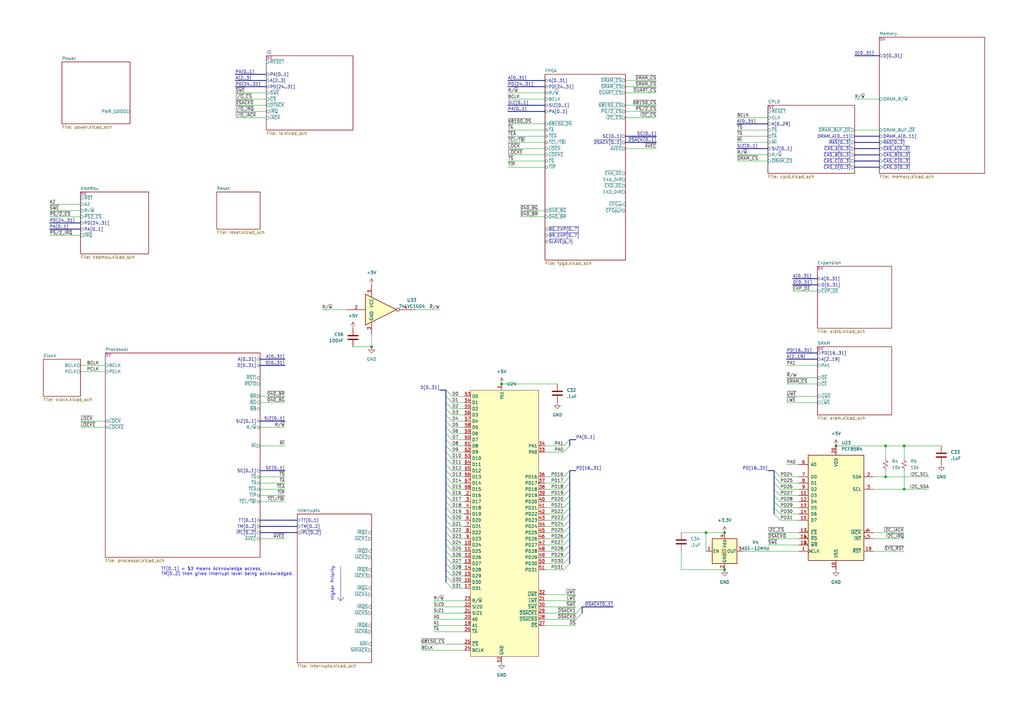
<source format=kicad_sch>
(kicad_sch (version 20230121) (generator eeschema)
  (paper "A3")
  (lib_symbols
    (symbol "68040:MC68150"
      (property "Reference" "U" (at 15.24 20.32 0))
      (symbol "MC68150_1_1"
        (rectangle (start -12.7 58.42) (end 15.24 -50.8) (fill (type background)))
        (pin power_in line (at 0 60.96 270) (length 2.54) (name "V_{CC}") (number "1"))
        (pin bidirectional line (at -15.24 -5.08 0) (length 2.54) (name "D24") (number "10"))
        (pin bidirectional line (at -15.24 -7.62 0) (length 2.54) (name "D25") (number "11"))
        (pin bidirectional line (at -15.24 -10.16 0) (length 2.54) (name "D26") (number "12"))
        (pin bidirectional line (at -15.24 -12.7 0) (length 2.54) (name "D27") (number "13"))
        (pin bidirectional line (at -15.24 -15.24 0) (length 2.54) (name "D28") (number "14"))
        (pin bidirectional line (at -15.24 -17.78 0) (length 2.54) (name "D29") (number "15"))
        (pin bidirectional line (at -15.24 -20.32 0) (length 2.54) (name "D30") (number "16"))
        (pin bidirectional line (at -15.24 -22.86 0) (length 2.54) (name "D31") (number "17"))
        (pin passive line (at 0 -53.34 90) (length 2.54) hide (name "GND") (number "18"))
        (pin input line (at -15.24 -38.1 0) (length 2.54) (name "A1") (number "19"))
        (pin bidirectional line (at -15.24 15.24 0) (length 2.54) (name "D16") (number "2"))
        (pin input line (at -15.24 -35.56 0) (length 2.54) (name "A0") (number "20"))
        (pin input line (at -15.24 -33.02 0) (length 2.54) (name "SIZ1") (number "21"))
        (pin input line (at -15.24 -30.48 0) (length 2.54) (name "SIZ0") (number "22"))
        (pin input line (at -15.24 -27.94 0) (length 2.54) (name "R/~{W}") (number "23"))
        (pin input line (at -15.24 -48.26 0) (length 2.54) (name "BCLK") (number "24"))
        (pin input line (at -15.24 -45.72 0) (length 2.54) (name "~{CS}") (number "25"))
        (pin output line (at -15.24 -40.64 0) (length 2.54) (name "~{TA}") (number "26"))
        (pin output line (at 17.78 -38.1 180) (length 2.54) (name "~{DS}") (number "27"))
        (pin input line (at 17.78 -35.56 180) (length 2.54) (name "~{DSACK0}") (number "28"))
        (pin input line (at 17.78 -33.02 180) (length 2.54) (name "~{DSACK1}") (number "29"))
        (pin bidirectional line (at -15.24 12.7 0) (length 2.54) (name "D17") (number "3"))
        (pin output line (at 17.78 -30.48 180) (length 2.54) (name "~{SWE}") (number "30"))
        (pin output line (at 17.78 -27.94 180) (length 2.54) (name "~{LWE}") (number "31"))
        (pin output line (at 17.78 -25.4 180) (length 2.54) (name "~{UWE}") (number "32"))
        (pin output line (at 17.78 33.02 180) (length 2.54) (name "PA0") (number "33"))
        (pin output line (at 17.78 35.56 180) (length 2.54) (name "PA1") (number "34"))
        (pin passive line (at 0 60.96 270) (length 2.54) hide (name "V_{CC}") (number "35"))
        (pin bidirectional line (at 17.78 22.86 180) (length 2.54) (name "PD16") (number "36"))
        (pin bidirectional line (at 17.78 20.32 180) (length 2.54) (name "PD17") (number "37"))
        (pin bidirectional line (at 17.78 17.78 180) (length 2.54) (name "PD18") (number "38"))
        (pin bidirectional line (at 17.78 15.24 180) (length 2.54) (name "PD19") (number "39"))
        (pin bidirectional line (at -15.24 10.16 0) (length 2.54) (name "D18") (number "4"))
        (pin bidirectional line (at 17.78 12.7 180) (length 2.54) (name "PD20") (number "40"))
        (pin bidirectional line (at 17.78 10.16 180) (length 2.54) (name "PD21") (number "41"))
        (pin bidirectional line (at 17.78 7.62 180) (length 2.54) (name "PD22") (number "42"))
        (pin bidirectional line (at 17.78 5.08 180) (length 2.54) (name "PD23") (number "43"))
        (pin bidirectional line (at 17.78 2.54 180) (length 2.54) (name "PD24") (number "44"))
        (pin bidirectional line (at 17.78 0 180) (length 2.54) (name "PD25") (number "45"))
        (pin bidirectional line (at 17.78 -2.54 180) (length 2.54) (name "PD26") (number "46"))
        (pin bidirectional line (at 17.78 -5.08 180) (length 2.54) (name "PD27") (number "47"))
        (pin bidirectional line (at 17.78 -7.62 180) (length 2.54) (name "PD28") (number "48"))
        (pin bidirectional line (at 17.78 -10.16 180) (length 2.54) (name "PD29") (number "49"))
        (pin bidirectional line (at -15.24 7.62 0) (length 2.54) (name "D19") (number "5"))
        (pin bidirectional line (at 17.78 -12.7 180) (length 2.54) (name "PD30") (number "50"))
        (pin bidirectional line (at 17.78 -15.24 180) (length 2.54) (name "PD31") (number "51"))
        (pin power_in line (at 0 -53.34 90) (length 2.54) (name "GND") (number "52"))
        (pin bidirectional line (at -15.24 55.88 0) (length 2.54) (name "D0") (number "53"))
        (pin bidirectional line (at -15.24 53.34 0) (length 2.54) (name "D1") (number "54"))
        (pin bidirectional line (at -15.24 50.8 0) (length 2.54) (name "D2") (number "55"))
        (pin bidirectional line (at -15.24 48.26 0) (length 2.54) (name "D3") (number "56"))
        (pin bidirectional line (at -15.24 45.72 0) (length 2.54) (name "D4") (number "57"))
        (pin bidirectional line (at -15.24 43.18 0) (length 2.54) (name "D5") (number "58"))
        (pin bidirectional line (at -15.24 40.64 0) (length 2.54) (name "D6") (number "59"))
        (pin bidirectional line (at -15.24 5.08 0) (length 2.54) (name "D20") (number "6"))
        (pin bidirectional line (at -15.24 38.1 0) (length 2.54) (name "D7") (number "60"))
        (pin bidirectional line (at -15.24 35.56 0) (length 2.54) (name "D8") (number "61"))
        (pin bidirectional line (at -15.24 33.02 0) (length 2.54) (name "D9") (number "62"))
        (pin bidirectional line (at -15.24 30.48 0) (length 2.54) (name "D10") (number "63"))
        (pin bidirectional line (at -15.24 27.94 0) (length 2.54) (name "D11") (number "64"))
        (pin bidirectional line (at -15.24 25.4 0) (length 2.54) (name "D12") (number "65"))
        (pin bidirectional line (at -15.24 22.86 0) (length 2.54) (name "D13") (number "66"))
        (pin bidirectional line (at -15.24 20.32 0) (length 2.54) (name "D14") (number "67"))
        (pin bidirectional line (at -15.24 17.78 0) (length 2.54) (name "D15") (number "68"))
        (pin bidirectional line (at -15.24 2.54 0) (length 2.54) (name "D21") (number "7"))
        (pin bidirectional line (at -15.24 0 0) (length 2.54) (name "D22") (number "8"))
        (pin bidirectional line (at -15.24 -2.54 0) (length 2.54) (name "D23") (number "9"))
      )
    )
    (symbol "74xGxx:74LVC1G04"
      (property "Reference" "U" (at 0 7.62 0))
      (property "Value" "74LVC1G04" (at 5.08 -7.62 0))
      (symbol "74LVC1G04_0_1"
        (polyline (pts (xy -7.62 6.35) (xy -7.62 -6.35) (xy 5.08 0) (xy -7.62 6.35)) (stroke (width 0.254)) (fill (type background)))
      )
      (symbol "74LVC1G04_1_1"
        (pin input line (at -15.24 0 0) (length 7.62) (name "~") (number "2"))
        (pin power_in line (at -5.08 -10.16 90) (length 5.08) (name "GND") (number "3"))
        (pin output inverted (at 12.7 0 180) (length 7.62) (name "~") (number "4"))
        (pin power_in line (at -5.08 10.16 270) (length 5.08) (name "VCC") (number "5"))
      )
    )
    (symbol "Device:C" (pin_numbers hide) (pin_names (offset 0.254))
      (property "Reference" "C" (at 0.635 2.54 0))
      (property "Value" "C" (at 0.635 -2.54 0))
      (symbol "C_0_1"
        (polyline (pts (xy -2.032 -0.762) (xy 2.032 -0.762)) (stroke (width 0.508)))
        (polyline (pts (xy -2.032 0.762) (xy 2.032 0.762)) (stroke (width 0.508)))
      )
      (symbol "C_1_1"
        (pin passive line (at 0 3.81 270) (length 2.794) (name "~") (number "1"))
        (pin passive line (at 0 -3.81 90) (length 2.794) (name "~") (number "2"))
      )
    )
    (symbol "Device:R_Small_US" (pin_numbers hide) (pin_names (offset 0.254) hide)
      (property "Reference" "R" (at 0.762 0.508 0))
      (property "Value" "R_Small_US" (at 0.762 -1.016 0))
      (symbol "R_Small_US_1_1"
        (polyline (pts (xy 0 0) (xy 1.016 -0.381) (xy 0 -0.762) (xy -1.016 -1.143) (xy 0 -1.524)))
        (polyline (pts (xy 0 1.524) (xy 1.016 1.143) (xy 0 0.762) (xy -1.016 0.381) (xy 0 0)))
        (pin passive line (at 0 2.54 270) (length 1.016) (name "~") (number "1"))
        (pin passive line (at 0 -2.54 90) (length 1.016) (name "~") (number "2"))
      )
    )
    (symbol "Interface_Expansion:PCF8584" (pin_names (offset 1.016))
      (property "Reference" "U" (at -11.43 22.86 0))
      (property "Value" "PCF8584" (at 3.81 22.86 0))
      (symbol "PCF8584_0_1"
        (rectangle (start -11.43 -21.59) (end 11.43 21.59) (stroke (width 0.254)) (fill (type background)))
      )
      (symbol "PCF8584_1_1"
        (pin input clock (at -15.24 -17.78 0) (length 3.81) (name "CLK") (number "1"))
        (pin power_in line (at 0 -25.4 90) (length 3.81) (name "VSS") (number "10"))
        (pin tri_state line (at -15.24 5.08 0) (length 3.81) (name "D3") (number "11"))
        (pin tri_state line (at -15.24 2.54 0) (length 3.81) (name "D4") (number "12"))
        (pin tri_state line (at -15.24 0 0) (length 3.81) (name "D5") (number "13"))
        (pin tri_state line (at -15.24 -2.54 0) (length 3.81) (name "D6") (number "14"))
        (pin tri_state line (at -15.24 -5.08 0) (length 3.81) (name "D7") (number "15"))
        (pin passive input_low (at -15.24 -12.7 0) (length 3.81) (name "~{RD}") (number "16"))
        (pin input input_low (at -15.24 -10.16 0) (length 3.81) (name "~{CS}") (number "17"))
        (pin input input_low (at -15.24 -15.24 0) (length 3.81) (name "~{WR}") (number "18"))
        (pin bidirectional line (at 15.24 -17.78 180) (length 3.81) (name "~{RST}") (number "19"))
        (pin bidirectional line (at 15.24 12.7 180) (length 3.81) (name "SDA") (number "2"))
        (pin power_in line (at 0 25.4 270) (length 3.81) (name "VDD") (number "20"))
        (pin bidirectional line (at 15.24 7.62 180) (length 3.81) (name "SCL") (number "3"))
        (pin input input_low (at 15.24 -10.16 180) (length 3.81) (name "~{IACK}") (number "4"))
        (pin output output_low (at 15.24 -12.7 180) (length 3.81) (name "~{INT}") (number "5"))
        (pin input line (at -15.24 17.78 0) (length 3.81) (name "A0") (number "6"))
        (pin tri_state line (at -15.24 12.7 0) (length 3.81) (name "D0") (number "7"))
        (pin tri_state line (at -15.24 10.16 0) (length 3.81) (name "D1") (number "8"))
        (pin tri_state line (at -15.24 7.62 0) (length 3.81) (name "D2") (number "9"))
      )
    )
    (symbol "Oscillator:ASE-xxxMHz" (pin_names (offset 0.254))
      (property "Reference" "X" (at -5.08 6.35 0))
      (property "Value" "ASE-xxxMHz" (at 1.27 -6.35 0))
      (symbol "ASE-xxxMHz_0_1"
        (rectangle (start -5.08 5.08) (end 5.08 -5.08) (stroke (width 0.254)) (fill (type background)))
        (polyline (pts (xy -1.27 -0.762) (xy -1.016 -0.762) (xy -1.016 0.762) (xy -0.508 0.762) (xy -0.508 -0.762) (xy 0 -0.762) (xy 0 0.762) (xy 0.508 0.762) (xy 0.508 -0.762) (xy 0.762 -0.762)))
      )
      (symbol "ASE-xxxMHz_1_1"
        (pin input line (at -7.62 0 0) (length 2.54) (name "EN") (number "1"))
        (pin power_in line (at 0 -7.62 90) (length 2.54) (name "GND") (number "2"))
        (pin output line (at 7.62 0 180) (length 2.54) (name "OUT") (number "3"))
        (pin power_in line (at 0 7.62 270) (length 2.54) (name "Vdd") (number "4"))
      )
    )
    (symbol "power:+3.3V" (power) (pin_names (offset 0))
      (property "Value" "+3.3V" (at 0 3.556 0))
      (symbol "+3.3V_0_1"
        (polyline (pts (xy -0.762 1.27) (xy 0 2.54)))
        (polyline (pts (xy 0 0) (xy 0 2.54)))
        (polyline (pts (xy 0 2.54) (xy 0.762 1.27)))
      )
      (symbol "+3.3V_1_1"
        (pin power_in line (at 0 0 90) (length 0) hide (name "+3.3V") (number "1"))
      )
    )
    (symbol "power:+5V" (power) (pin_names (offset 0))
      (property "Value" "+5V" (at 0 3.556 0))
      (symbol "+5V_0_1"
        (polyline (pts (xy -0.762 1.27) (xy 0 2.54)))
        (polyline (pts (xy 0 0) (xy 0 2.54)))
        (polyline (pts (xy 0 2.54) (xy 0.762 1.27)))
      )
      (symbol "+5V_1_1"
        (pin power_in line (at 0 0 90) (length 0) hide (name "+5V") (number "1"))
      )
    )
    (symbol "power:GND" (power) (pin_names (offset 0))
      (property "Value" "GND" (at 0 -3.81 0))
      (symbol "GND_0_1"
        (polyline (pts (xy 0 0) (xy 0 -1.27) (xy 1.27 -1.27) (xy 0 -2.54) (xy -1.27 -1.27) (xy 0 -1.27)))
      )
      (symbol "GND_1_1"
        (pin power_in line (at 0 0 270) (length 0) hide (name "GND") (number "1"))
      )
    )
  )
  (bus_alias "ABUS" (members "A0" "A1" "A2" "A3" "A4" "A5" "A6" "A7" "A8" "A9" "A10" "A11" "A12" "A13" "A14" "A15" "A16" "A17" "A18" "A19" "A20" "A21" "A22" "A23" "A24" "A25" "A26" "A27" "A28" "A29" "A30" "A31"))
  (bus_alias "Bus32" (members "0" "1" "2" "3" "4" "5" "6" "7" "8" "9" "10" "11" "12" "13" "14" "15" "16" "17" "18" "19" "20" "21" "22" "23" "24" "25" "26" "27" "28" "29" "30" "31"))
  (junction (at 205.74 157.48))
  (junction (at 289.56 218.44))
  (junction (at 370.84 200.66))
  (junction (at 297.18 218.44))
  (junction (at 297.18 233.68))
  (junction (at 342.9 182.88))
  (junction (at 370.84 182.88))
  (junction (at 363.22 195.58))
  (junction (at 363.22 182.88))
  (junction (at 152.4 142.24))
  (bus_entry (at 185.42 170.18) (size -2.54 -2.54))
  (bus_entry (at 185.42 238.76) (size -2.54 -2.54))
  (bus_entry (at 185.42 175.26) (size -2.54 -2.54))
  (bus_entry (at 320.04 208.28) (size -2.54 -2.54))
  (bus_entry (at 320.04 213.36) (size -2.54 -2.54))
  (bus_entry (at 231.14 185.42) (size 2.54 -2.54))
  (bus_entry (at 231.14 213.36) (size 2.54 -2.54))
  (bus_entry (at 185.42 172.72) (size -2.54 -2.54))
  (bus_entry (at 185.42 213.36) (size -2.54 -2.54))
  (bus_entry (at 185.42 228.6) (size -2.54 -2.54))
  (bus_entry (at 231.14 223.52) (size 2.54 -2.54))
  (bus_entry (at 231.14 182.88) (size 2.54 -2.54))
  (bus_entry (at 185.42 203.2) (size -2.54 -2.54))
  (bus_entry (at 185.42 226.06) (size -2.54 -2.54))
  (bus_entry (at 231.14 210.82) (size 2.54 -2.54))
  (bus_entry (at 236.22 251.46) (size 2.54 -2.54))
  (bus_entry (at 231.14 195.58) (size 2.54 -2.54))
  (bus_entry (at 231.14 208.28) (size 2.54 -2.54))
  (bus_entry (at 185.42 218.44) (size -2.54 -2.54))
  (bus_entry (at 185.42 190.5) (size -2.54 -2.54))
  (bus_entry (at 185.42 215.9) (size -2.54 -2.54))
  (bus_entry (at 231.14 205.74) (size 2.54 -2.54))
  (bus_entry (at 231.14 215.9) (size 2.54 -2.54))
  (bus_entry (at 231.14 203.2) (size 2.54 -2.54))
  (bus_entry (at 231.14 198.12) (size 2.54 -2.54))
  (bus_entry (at 231.14 226.06) (size 2.54 -2.54))
  (bus_entry (at 185.42 162.56) (size -2.54 -2.54))
  (bus_entry (at 185.42 210.82) (size -2.54 -2.54))
  (bus_entry (at 185.42 231.14) (size -2.54 -2.54))
  (bus_entry (at 231.14 231.14) (size 2.54 -2.54))
  (bus_entry (at 320.04 200.66) (size -2.54 -2.54))
  (bus_entry (at 231.14 200.66) (size 2.54 -2.54))
  (bus_entry (at 320.04 205.74) (size -2.54 -2.54))
  (bus_entry (at 185.42 233.68) (size -2.54 -2.54))
  (bus_entry (at 185.42 200.66) (size -2.54 -2.54))
  (bus_entry (at 185.42 220.98) (size -2.54 -2.54))
  (bus_entry (at 320.04 198.12) (size -2.54 -2.54))
  (bus_entry (at 185.42 208.28) (size -2.54 -2.54))
  (bus_entry (at 185.42 223.52) (size -2.54 -2.54))
  (bus_entry (at 185.42 187.96) (size -2.54 -2.54))
  (bus_entry (at 231.14 218.44) (size 2.54 -2.54))
  (bus_entry (at 185.42 177.8) (size -2.54 -2.54))
  (bus_entry (at 185.42 185.42) (size -2.54 -2.54))
  (bus_entry (at 231.14 228.6) (size 2.54 -2.54))
  (bus_entry (at 185.42 193.04) (size -2.54 -2.54))
  (bus_entry (at 320.04 203.2) (size -2.54 -2.54))
  (bus_entry (at 185.42 165.1) (size -2.54 -2.54))
  (bus_entry (at 231.14 233.68) (size 2.54 -2.54))
  (bus_entry (at 185.42 198.12) (size -2.54 -2.54))
  (bus_entry (at 185.42 241.3) (size -2.54 -2.54))
  (bus_entry (at 185.42 182.88) (size -2.54 -2.54))
  (bus_entry (at 236.22 254) (size 2.54 -2.54))
  (bus_entry (at 185.42 205.74) (size -2.54 -2.54))
  (bus_entry (at 185.42 236.22) (size -2.54 -2.54))
  (bus_entry (at 320.04 210.82) (size -2.54 -2.54))
  (bus_entry (at 185.42 195.58) (size -2.54 -2.54))
  (bus_entry (at 320.04 195.58) (size -2.54 -2.54))
  (bus_entry (at 185.42 167.64) (size -2.54 -2.54))
  (bus_entry (at 231.14 220.98) (size 2.54 -2.54))
  (bus_entry (at 185.42 180.34) (size -2.54 -2.54))
  (bus (pts (xy 182.88 218.44) (xy 182.88 215.9)))
  (wire (pts (xy 190.5 236.22) (xy 185.42 236.22)))
  (bus (pts (xy 350.52 68.58) (xy 360.68 68.58)))
  (wire (pts (xy 190.5 195.58) (xy 185.42 195.58)))
  (bus (pts (xy 208.28 43.18) (xy 223.52 43.18)))
  (bus (pts (xy 182.88 231.14) (xy 182.88 228.6)))
  (wire (pts (xy 370.84 200.66) (xy 381 200.66)))
  (bus (pts (xy 233.68 220.98) (xy 233.68 218.44)))
  (wire (pts (xy 370.84 182.88) (xy 370.84 187.96)))
  (wire (pts (xy 223.52 55.88) (xy 208.28 55.88)))
  (bus (pts (xy 182.88 195.58) (xy 182.88 193.04)))
  (wire (pts (xy 335.28 165.1) (xy 322.58 165.1)))
  (wire (pts (xy 223.52 205.74) (xy 231.14 205.74)))
  (bus (pts (xy 233.68 200.66) (xy 233.68 198.12)))
  (wire (pts (xy 269.24 48.26) (xy 256.54 48.26)))
  (bus (pts (xy 208.28 33.02) (xy 223.52 33.02)))
  (bus (pts (xy 233.68 215.9) (xy 233.68 213.36)))
  (wire (pts (xy 96.52 43.18) (xy 109.22 43.18)))
  (bus (pts (xy 350.52 60.96) (xy 360.68 60.96)))
  (wire (pts (xy 190.5 162.56) (xy 185.42 162.56)))
  (wire (pts (xy 223.52 58.42) (xy 208.28 58.42)))
  (wire (pts (xy 322.58 154.94) (xy 335.28 154.94)))
  (wire (pts (xy 256.54 33.02) (xy 269.24 33.02)))
  (wire (pts (xy 314.96 223.52) (xy 327.66 223.52)))
  (wire (pts (xy 223.52 228.6) (xy 231.14 228.6)))
  (wire (pts (xy 96.52 48.26) (xy 109.22 48.26)))
  (wire (pts (xy 302.26 53.34) (xy 314.96 53.34)))
  (wire (pts (xy 172.72 264.16) (xy 190.5 264.16)))
  (bus (pts (xy 182.88 193.04) (xy 182.88 190.5)))
  (wire (pts (xy 350.52 53.34) (xy 360.68 53.34)))
  (bus (pts (xy 317.5 200.66) (xy 317.5 198.12)))
  (bus (pts (xy 317.5 198.12) (xy 317.5 195.58)))
  (bus (pts (xy 182.88 190.5) (xy 182.88 187.96)))
  (wire (pts (xy 358.14 195.58) (xy 363.22 195.58)))
  (bus (pts (xy 317.5 205.74) (xy 317.5 203.2)))
  (bus (pts (xy 182.88 170.18) (xy 182.88 167.64)))
  (bus (pts (xy 116.84 149.86) (xy 106.68 149.86)))
  (wire (pts (xy 106.68 195.58) (xy 116.84 195.58)))
  (wire (pts (xy 190.5 210.82) (xy 185.42 210.82)))
  (wire (pts (xy 190.5 205.74) (xy 185.42 205.74)))
  (wire (pts (xy 20.32 96.52) (xy 33.02 96.52)))
  (wire (pts (xy 190.5 208.28) (xy 185.42 208.28)))
  (wire (pts (xy 190.5 190.5) (xy 185.42 190.5)))
  (wire (pts (xy 223.52 254) (xy 236.22 254)))
  (wire (pts (xy 144.78 142.24) (xy 152.4 142.24)))
  (wire (pts (xy 208.28 66.04) (xy 223.52 66.04)))
  (wire (pts (xy 223.52 200.66) (xy 231.14 200.66)))
  (wire (pts (xy 223.52 213.36) (xy 231.14 213.36)))
  (wire (pts (xy 190.5 213.36) (xy 185.42 213.36)))
  (bus (pts (xy 96.52 35.56) (xy 109.22 35.56)))
  (bus (pts (xy 182.88 172.72) (xy 182.88 170.18)))
  (wire (pts (xy 370.84 193.04) (xy 370.84 200.66)))
  (wire (pts (xy 177.8 248.92) (xy 190.5 248.92)))
  (bus (pts (xy 182.88 182.88) (xy 182.88 180.34)))
  (bus (pts (xy 302.26 50.8) (xy 314.96 50.8)))
  (wire (pts (xy 177.8 246.38) (xy 190.5 246.38)))
  (wire (pts (xy 177.8 259.08) (xy 190.5 259.08)))
  (wire (pts (xy 358.14 218.44) (xy 370.84 218.44)))
  (wire (pts (xy 327.66 203.2) (xy 320.04 203.2)))
  (wire (pts (xy 172.72 266.7) (xy 190.5 266.7)))
  (bus (pts (xy 233.68 208.28) (xy 233.68 205.74)))
  (bus (pts (xy 233.68 228.6) (xy 233.68 226.06)))
  (bus (pts (xy 182.88 213.36) (xy 182.88 210.82)))
  (bus (pts (xy 233.68 231.14) (xy 233.68 228.6)))
  (wire (pts (xy 223.52 251.46) (xy 236.22 251.46)))
  (wire (pts (xy 190.5 223.52) (xy 185.42 223.52)))
  (wire (pts (xy 223.52 223.52) (xy 231.14 223.52)))
  (bus (pts (xy 322.58 147.32) (xy 335.28 147.32)))
  (bus (pts (xy 269.24 55.88) (xy 256.54 55.88)))
  (wire (pts (xy 177.8 251.46) (xy 190.5 251.46)))
  (wire (pts (xy 190.5 218.44) (xy 185.42 218.44)))
  (wire (pts (xy 223.52 218.44) (xy 231.14 218.44)))
  (wire (pts (xy 223.52 226.06) (xy 231.14 226.06)))
  (wire (pts (xy 314.96 218.44) (xy 327.66 218.44)))
  (bus (pts (xy 182.88 167.64) (xy 182.88 165.1)))
  (bus (pts (xy 182.88 205.74) (xy 182.88 203.2)))
  (bus (pts (xy 350.52 63.5) (xy 360.68 63.5)))
  (wire (pts (xy 370.84 182.88) (xy 386.08 182.88)))
  (wire (pts (xy 106.68 182.88) (xy 116.84 182.88)))
  (wire (pts (xy 33.02 88.9) (xy 20.32 88.9)))
  (wire (pts (xy 256.54 45.72) (xy 269.24 45.72)))
  (wire (pts (xy 302.26 63.5) (xy 314.96 63.5)))
  (wire (pts (xy 223.52 88.9) (xy 213.36 88.9)))
  (wire (pts (xy 208.28 60.96) (xy 223.52 60.96)))
  (bus (pts (xy 106.68 218.44) (xy 121.92 218.44)))
  (wire (pts (xy 190.5 180.34) (xy 185.42 180.34)))
  (wire (pts (xy 33.02 149.86) (xy 43.18 149.86)))
  (wire (pts (xy 190.5 177.8) (xy 185.42 177.8)))
  (bus (pts (xy 350.52 55.88) (xy 360.68 55.88)))
  (wire (pts (xy 363.22 195.58) (xy 381 195.58)))
  (bus (pts (xy 182.88 223.52) (xy 182.88 220.98)))
  (bus (pts (xy 256.54 58.42) (xy 269.24 58.42)))
  (wire (pts (xy 106.68 165.1) (xy 116.84 165.1)))
  (bus (pts (xy 96.52 30.48) (xy 109.22 30.48)))
  (bus (pts (xy 182.88 220.98) (xy 182.88 218.44)))
  (wire (pts (xy 289.56 218.44) (xy 289.56 226.06)))
  (bus (pts (xy 106.68 172.72) (xy 116.84 172.72)))
  (wire (pts (xy 256.54 35.56) (xy 269.24 35.56)))
  (bus (pts (xy 350.52 22.86) (xy 360.68 22.86)))
  (wire (pts (xy 106.68 205.74) (xy 116.84 205.74)))
  (wire (pts (xy 106.68 162.56) (xy 116.84 162.56)))
  (wire (pts (xy 177.8 256.54) (xy 190.5 256.54)))
  (bus (pts (xy 182.88 203.2) (xy 182.88 200.66)))
  (wire (pts (xy 223.52 233.68) (xy 231.14 233.68)))
  (bus (pts (xy 182.88 238.76) (xy 182.88 236.22)))
  (wire (pts (xy 223.52 220.98) (xy 231.14 220.98)))
  (bus (pts (xy 182.88 233.68) (xy 182.88 231.14)))
  (wire (pts (xy 190.5 175.26) (xy 185.42 175.26)))
  (bus (pts (xy 106.68 215.9) (xy 121.92 215.9)))
  (wire (pts (xy 177.8 254) (xy 190.5 254)))
  (wire (pts (xy 190.5 228.6) (xy 185.42 228.6)))
  (bus (pts (xy 314.96 60.96) (xy 302.26 60.96)))
  (wire (pts (xy 223.52 243.84) (xy 236.22 243.84)))
  (wire (pts (xy 190.5 215.9) (xy 185.42 215.9)))
  (wire (pts (xy 302.26 55.88) (xy 314.96 55.88)))
  (wire (pts (xy 205.74 157.48) (xy 228.6 157.48)))
  (bus (pts (xy 233.68 213.36) (xy 233.68 210.82)))
  (wire (pts (xy 327.66 210.82) (xy 320.04 210.82)))
  (bus (pts (xy 96.52 33.02) (xy 109.22 33.02)))
  (wire (pts (xy 190.5 241.3) (xy 185.42 241.3)))
  (bus (pts (xy 182.88 215.9) (xy 182.88 213.36)))
  (bus (pts (xy 317.5 203.2) (xy 317.5 200.66)))
  (bus (pts (xy 182.88 236.22) (xy 182.88 233.68)))
  (bus (pts (xy 233.68 223.52) (xy 233.68 220.98)))
  (bus (pts (xy 233.68 180.34) (xy 236.22 180.34)))
  (bus (pts (xy 317.5 193.04) (xy 314.96 193.04)))
  (wire (pts (xy 106.68 200.66) (xy 116.84 200.66)))
  (wire (pts (xy 190.5 187.96) (xy 185.42 187.96)))
  (wire (pts (xy 223.52 256.54) (xy 236.22 256.54)))
  (wire (pts (xy 335.28 162.56) (xy 322.58 162.56)))
  (wire (pts (xy 190.5 172.72) (xy 185.42 172.72)))
  (bus (pts (xy 233.68 205.74) (xy 233.68 203.2)))
  (wire (pts (xy 33.02 152.4) (xy 43.18 152.4)))
  (wire (pts (xy 335.28 157.48) (xy 322.58 157.48)))
  (bus (pts (xy 208.28 35.56) (xy 223.52 35.56)))
  (wire (pts (xy 302.26 58.42) (xy 314.96 58.42)))
  (wire (pts (xy 223.52 86.36) (xy 213.36 86.36)))
  (bus (pts (xy 233.68 182.88) (xy 233.68 180.34)))
  (wire (pts (xy 223.52 208.28) (xy 231.14 208.28)))
  (bus (pts (xy 233.68 195.58) (xy 233.68 193.04)))
  (wire (pts (xy 223.52 185.42) (xy 231.14 185.42)))
  (bus (pts (xy 238.76 248.92) (xy 238.76 251.46)))
  (wire (pts (xy 190.5 170.18) (xy 185.42 170.18)))
  (wire (pts (xy 358.14 226.06) (xy 370.84 226.06)))
  (wire (pts (xy 106.68 198.12) (xy 116.84 198.12)))
  (bus (pts (xy 325.12 114.3) (xy 335.28 114.3)))
  (wire (pts (xy 363.22 182.88) (xy 363.22 187.96)))
  (bus (pts (xy 182.88 187.96) (xy 182.88 185.42)))
  (wire (pts (xy 223.52 198.12) (xy 231.14 198.12)))
  (wire (pts (xy 33.02 175.26) (xy 43.18 175.26)))
  (wire (pts (xy 106.68 203.2) (xy 116.84 203.2)))
  (wire (pts (xy 190.5 200.66) (xy 185.42 200.66)))
  (wire (pts (xy 322.58 149.86) (xy 335.28 149.86)))
  (bus (pts (xy 233.68 198.12) (xy 233.68 195.58)))
  (wire (pts (xy 208.28 50.8) (xy 223.52 50.8)))
  (wire (pts (xy 358.14 220.98) (xy 370.84 220.98)))
  (wire (pts (xy 223.52 246.38) (xy 236.22 246.38)))
  (wire (pts (xy 342.9 182.88) (xy 363.22 182.88)))
  (wire (pts (xy 322.58 190.5) (xy 327.66 190.5)))
  (wire (pts (xy 350.52 40.64) (xy 360.68 40.64)))
  (wire (pts (xy 327.66 205.74) (xy 320.04 205.74)))
  (bus (pts (xy 238.76 248.92) (xy 251.46 248.92)))
  (bus (pts (xy 182.88 208.28) (xy 182.88 205.74)))
  (wire (pts (xy 190.5 231.14) (xy 185.42 231.14)))
  (wire (pts (xy 190.5 233.68) (xy 185.42 233.68)))
  (bus (pts (xy 182.88 210.82) (xy 182.88 208.28)))
  (wire (pts (xy 106.68 220.98) (xy 116.84 220.98)))
  (wire (pts (xy 325.12 119.38) (xy 335.28 119.38)))
  (bus (pts (xy 233.68 203.2) (xy 233.68 200.66)))
  (wire (pts (xy 20.32 86.36) (xy 33.02 86.36)))
  (wire (pts (xy 106.68 175.26) (xy 116.84 175.26)))
  (wire (pts (xy 256.54 43.18) (xy 269.24 43.18)))
  (wire (pts (xy 152.4 142.24) (xy 152.4 137.16)))
  (bus (pts (xy 182.88 180.34) (xy 182.88 177.8)))
  (wire (pts (xy 256.54 60.96) (xy 269.24 60.96)))
  (wire (pts (xy 96.52 45.72) (xy 109.22 45.72)))
  (wire (pts (xy 327.66 208.28) (xy 320.04 208.28)))
  (bus (pts (xy 350.52 66.04) (xy 360.68 66.04)))
  (bus (pts (xy 116.84 193.04) (xy 106.68 193.04)))
  (bus (pts (xy 322.58 144.78) (xy 335.28 144.78)))
  (wire (pts (xy 223.52 210.82) (xy 231.14 210.82)))
  (polyline (pts (xy 139.7 232.41) (xy 139.7 246.38)))
  (wire (pts (xy 190.5 238.76) (xy 185.42 238.76)))
  (bus (pts (xy 182.88 185.42) (xy 182.88 182.88)))
  (bus (pts (xy 208.28 45.72) (xy 223.52 45.72)))
  (wire (pts (xy 208.28 63.5) (xy 223.52 63.5)))
  (bus (pts (xy 182.88 177.8) (xy 182.88 175.26)))
  (bus (pts (xy 182.88 228.6) (xy 182.88 226.06)))
  (wire (pts (xy 190.5 226.06) (xy 185.42 226.06)))
  (wire (pts (xy 314.96 220.98) (xy 327.66 220.98)))
  (wire (pts (xy 327.66 213.36) (xy 320.04 213.36)))
  (polyline (pts (xy 139.7 246.38) (xy 140.97 245.11)))
  (bus (pts (xy 233.68 218.44) (xy 233.68 215.9)))
  (bus (pts (xy 182.88 160.02) (xy 182.88 162.56)))
  (wire (pts (xy 223.52 215.9) (xy 231.14 215.9)))
  (wire (pts (xy 327.66 200.66) (xy 320.04 200.66)))
  (wire (pts (xy 223.52 182.88) (xy 231.14 182.88)))
  (wire (pts (xy 190.5 198.12) (xy 185.42 198.12)))
  (wire (pts (xy 170.18 127) (xy 180.34 127)))
  (bus (pts (xy 182.88 198.12) (xy 182.88 195.58)))
  (wire (pts (xy 20.32 83.82) (xy 33.02 83.82)))
  (bus (pts (xy 317.5 210.82) (xy 317.5 208.28)))
  (wire (pts (xy 279.4 233.68) (xy 297.18 233.68)))
  (wire (pts (xy 223.52 203.2) (xy 231.14 203.2)))
  (bus (pts (xy 317.5 208.28) (xy 317.5 205.74)))
  (wire (pts (xy 190.5 220.98) (xy 185.42 220.98)))
  (bus (pts (xy 317.5 195.58) (xy 317.5 193.04)))
  (wire (pts (xy 314.96 66.04) (xy 302.26 66.04)))
  (wire (pts (xy 190.5 185.42) (xy 185.42 185.42)))
  (wire (pts (xy 363.22 182.88) (xy 370.84 182.88)))
  (bus (pts (xy 325.12 116.84) (xy 335.28 116.84)))
  (wire (pts (xy 208.28 68.58) (xy 223.52 68.58)))
  (bus (pts (xy 20.32 91.44) (xy 33.02 91.44)))
  (bus (pts (xy 116.84 147.32) (xy 106.68 147.32)))
  (wire (pts (xy 190.5 193.04) (xy 185.42 193.04)))
  (bus (pts (xy 20.32 93.98) (xy 33.02 93.98)))
  (bus (pts (xy 180.34 160.02) (xy 182.88 160.02)))
  (wire (pts (xy 142.24 127) (xy 132.08 127)))
  (wire (pts (xy 279.4 218.44) (xy 289.56 218.44)))
  (bus (pts (xy 182.88 165.1) (xy 182.88 162.56)))
  (wire (pts (xy 208.28 40.64) (xy 223.52 40.64)))
  (wire (pts (xy 363.22 193.04) (xy 363.22 195.58)))
  (wire (pts (xy 327.66 198.12) (xy 320.04 198.12)))
  (wire (pts (xy 223.52 248.92) (xy 236.22 248.92)))
  (bus (pts (xy 106.68 213.36) (xy 121.92 213.36)))
  (wire (pts (xy 190.5 167.64) (xy 185.42 167.64)))
  (wire (pts (xy 208.28 38.1) (xy 223.52 38.1)))
  (wire (pts (xy 279.4 226.06) (xy 279.4 233.68)))
  (polyline (pts (xy 138.43 245.11) (xy 139.7 246.38)))
  (wire (pts (xy 358.14 200.66) (xy 370.84 200.66)))
  (bus (pts (xy 233.68 193.04) (xy 236.22 193.04)))
  (wire (pts (xy 109.22 40.64) (xy 96.52 40.64)))
  (bus (pts (xy 182.88 175.26) (xy 182.88 172.72)))
  (wire (pts (xy 223.52 195.58) (xy 231.14 195.58)))
  (bus (pts (xy 350.52 58.42) (xy 360.68 58.42)))
  (wire (pts (xy 33.02 172.72) (xy 43.18 172.72)))
  (wire (pts (xy 190.5 165.1) (xy 185.42 165.1)))
  (wire (pts (xy 327.66 195.58) (xy 320.04 195.58)))
  (bus (pts (xy 233.68 210.82) (xy 233.68 208.28)))
  (bus (pts (xy 182.88 200.66) (xy 182.88 198.12)))
  (wire (pts (xy 190.5 203.2) (xy 185.42 203.2)))
  (wire (pts (xy 223.52 53.34) (xy 208.28 53.34)))
  (wire (pts (xy 96.52 38.1) (xy 109.22 38.1)))
  (wire (pts (xy 256.54 38.1) (xy 269.24 38.1)))
  (bus (pts (xy 182.88 226.06) (xy 182.88 223.52)))
  (wire (pts (xy 302.26 48.26) (xy 314.96 48.26)))
  (wire (pts (xy 297.18 218.44) (xy 289.56 218.44)))
  (wire (pts (xy 223.52 231.14) (xy 231.14 231.14)))
  (wire (pts (xy 304.8 226.06) (xy 327.66 226.06)))
  (bus (pts (xy 233.68 226.06) (xy 233.68 223.52)))
  (wire (pts (xy 190.5 182.88) (xy 185.42 182.88)))
  (text "TT[0..1] = $3 means Acknowledge access,\nTM[0..2] then gives interrupt level being acknowledged.\n" (at 66.04 236.22 0) (effects (font (size 1.27 1.27)) (justify left bottom)))
  (text "Higher Priority" (at 137.16 246.38 90) (effects (font (size 1.27 1.27)) (justify left bottom)))
  (label "~{DSACK0}" (at 96.52 43.18 0))
  (label "~{SWE}" (at 96.52 38.1 0))
  (label "~{UWE}" (at 236.22 243.84 180))
  (label "~{I2C_IACK}" (at 370.84 218.44 180))
  (label "A2" (at 20.32 83.82 0))
  (label "PD29" (at 320.04 208.28 0))
  (label "SIZ[0..1]" (at 116.84 172.72 180))
  (label "R{slash}~{W}" (at 350.52 40.64 0))
  (label "~{SWE}" (at 20.32 86.36 0))
  (label "D22" (at 185.42 218.44 0))
  (label "~{I2C_IRQ}" (at 370.84 220.98 180))
  (label "A[0..31]" (at 302.26 50.8 0))
  (label "D29" (at 185.42 236.22 0))
  (label "D21" (at 185.42 215.9 0))
  (label "PD24" (at 231.14 215.9 180))
  (label "PD26" (at 320.04 200.66 0))
  (label "D9" (at 185.42 185.42 0))
  (label "A[0..31]" (at 116.84 147.32 180))
  (label "BCLK" (at 40.64 149.86 180))
  (label "D14" (at 185.42 198.12 0))
  (label "D[0..31]" (at 180.34 160.02 180))
  (label "D0" (at 185.42 162.56 0))
  (label "~{MI}" (at 116.84 182.88 180))
  (label "~{DSACK[0..1]}" (at 269.24 58.42 180))
  (label "SIZ1" (at 177.8 251.46 0))
  (label "PD[24..31]" (at 20.32 91.44 0))
  (label "PA[0..1]" (at 20.32 93.98 0))
  (label "D30" (at 185.42 238.76 0))
  (label "PCLK" (at 40.64 152.4 180))
  (label "~{LOCK}" (at 208.28 60.96 0))
  (label "D25" (at 185.42 226.06 0))
  (label "PD30" (at 231.14 231.14 180))
  (label "~{TA}" (at 208.28 53.34 0))
  (label "~{SYS_RST}" (at 370.84 226.06 180))
  (label "~{TCI}{slash}~{TBI}" (at 208.28 58.42 0))
  (label "~{68150_DS}" (at 208.28 50.8 0))
  (label "~{R}{slash}W" (at 322.58 154.94 0))
  (label "~{040_BR}" (at 213.36 88.9 0))
  (label "~{TS}" (at 302.26 53.34 0))
  (label "SIZ[0..1]" (at 208.28 43.18 0))
  (label "BCLK" (at 208.28 40.64 0))
  (label "I2C_SCL" (at 381 195.58 180))
  (label "PD31" (at 320.04 213.36 0))
  (label "~{I2C_CS}" (at 314.96 218.44 0))
  (label "R{slash}~{W}" (at 302.26 63.5 0))
  (label "D3" (at 185.42 170.18 0))
  (label "PD28" (at 320.04 205.74 0))
  (label "A[0..31]" (at 325.12 114.3 0))
  (label "~{I{slash}O_CS}" (at 96.52 40.64 0))
  (label "PA[0..1]" (at 96.52 30.48 0))
  (label "~{040_BG}" (at 116.84 165.1 180))
  (label "~{LWE}" (at 236.22 246.38 180))
  (label "~{TS}" (at 116.84 195.58 180))
  (label "~{68150_CS}" (at 172.72 264.16 0))
  (label "PD17" (at 231.14 198.12 180))
  (label "A[0..31]" (at 208.28 33.02 0))
  (label "~{PS{slash}2_CS}" (at 20.32 88.9 0))
  (label "A1" (at 177.8 256.54 0))
  (label "D10" (at 185.42 187.96 0))
  (label "PA1" (at 231.14 182.88 180))
  (label "~{68150_CS}" (at 269.24 43.18 180))
  (label "D18" (at 185.42 208.28 0))
  (label "~{TIP}" (at 116.84 203.2 180))
  (label "D23" (at 185.42 220.98 0))
  (label "~{040_BR}" (at 116.84 162.56 180))
  (label "BCLK" (at 302.26 48.26 0))
  (label "D6" (at 185.42 177.8 0))
  (label "PD23" (at 231.14 213.36 180))
  (label "D13" (at 185.42 195.58 0))
  (label "PD31" (at 231.14 233.68 180))
  (label "~{TS}" (at 208.28 66.04 0))
  (label "D24" (at 185.42 223.52 0))
  (label "~{TA}" (at 116.84 198.12 180))
  (label "~{TCI}{slash}~{TBI}" (at 116.84 205.74 180))
  (label "D8" (at 185.42 182.88 0))
  (label "~{R}{slash}W" (at 180.34 127 180))
  (label "SC[0..1]" (at 116.84 193.04 180))
  (label "R{slash}~{W}" (at 177.8 246.38 0))
  (label "~{LOCKE}" (at 33.02 175.26 0))
  (label "PA1" (at 322.58 149.86 0))
  (label "SC[0..1]" (at 269.24 55.88 180))
  (label "PD[16..31]" (at 236.22 193.04 0))
  (label "D17" (at 185.42 205.74 0))
  (label "D27" (at 185.42 231.14 0))
  (label "~{SRAM_CS}" (at 322.58 157.48 0))
  (label "~{PS{slash}2_CS}" (at 269.24 45.72 180))
  (label "PD[24..31]" (at 96.52 35.56 0))
  (label "R{slash}~{W}" (at 208.28 38.1 0))
  (label "~{UWE}" (at 322.58 162.56 0))
  (label "PD22" (at 231.14 210.82 180))
  (label "A0" (at 177.8 254 0))
  (label "~{TEA}" (at 116.84 200.66 180))
  (label "A[2..19]" (at 322.58 147.32 0))
  (label "BCLK" (at 172.72 266.7 0))
  (label "~{AVEC}" (at 269.24 60.96 180))
  (label "~{DS}" (at 236.22 256.54 180))
  (label "~{LWE}" (at 322.58 165.1 0))
  (label "PD21" (at 231.14 208.28 180))
  (label "D15" (at 185.42 200.66 0))
  (label "~{I2C_CS}" (at 269.24 48.26 180))
  (label "PA0" (at 322.58 190.5 0))
  (label "~{SWE}" (at 314.96 223.52 0))
  (label "PD16" (at 231.14 195.58 180))
  (label "PA0" (at 231.14 185.42 180))
  (label "~{AVEC}" (at 116.84 220.98 180))
  (label "PA[0..1]" (at 208.28 45.72 0))
  (label "PD24" (at 320.04 195.58 0))
  (label "~{040_BG}" (at 213.36 86.36 0))
  (label "PD[24..31]" (at 208.28 35.56 0))
  (label "PA[0..1]" (at 236.22 180.34 0))
  (label "PD25" (at 231.14 218.44 180))
  (label "D20" (at 185.42 213.36 0))
  (label "D[0..31]" (at 325.12 116.84 0))
  (label "D7" (at 185.42 180.34 0))
  (label "PD19" (at 231.14 203.2 180))
  (label "D5" (at 185.42 175.26 0))
  (label "PD18" (at 231.14 200.66 180))
  (label "~{DRAM_CS}" (at 302.26 66.04 0))
  (label "~{LOCK}" (at 33.02 172.72 0))
  (label "D2" (at 185.42 167.64 0))
  (label "D1" (at 185.42 165.1 0))
  (label "A[2..3]" (at 96.52 33.02 0))
  (label "D31" (at 185.42 241.3 0))
  (label "PD20" (at 231.14 205.74 180))
  (label "D26" (at 185.42 228.6 0))
  (label "~{TA}" (at 177.8 259.08 0))
  (label "D11" (at 185.42 190.5 0))
  (label "D28" (at 185.42 233.68 0))
  (label "~{TIP}" (at 208.28 68.58 0))
  (label "PD27" (at 231.14 223.52 180))
  (label "SIZ[0..1]" (at 302.26 60.96 0))
  (label "PD28" (at 231.14 226.06 180))
  (label "PD[16..31]" (at 314.96 193.04 180))
  (label "D[0..31]" (at 116.84 149.86 180))
  (label "D4" (at 185.42 172.72 0))
  (label "~{DSACK0}" (at 236.22 254 180))
  (label "R{slash}~{W}" (at 116.84 175.26 180))
  (label "~{I{slash}O_IACK}" (at 96.52 48.26 0))
  (label "~{LOCKE}" (at 208.28 63.5 0))
  (label "I2C_SDA" (at 381 200.66 180))
  (label "~{MI}" (at 302.26 58.42 0))
  (label "~{DRAM_CS}" (at 269.24 33.02 180))
  (label "~{TEA}" (at 208.28 55.88 0))
  (label "~{DSACK[0..1]}" (at 251.46 248.92 180))
  (label "~{TA}" (at 302.26 55.88 0))
  (label "PD27" (at 320.04 203.2 0))
  (label "D[0..31]" (at 350.52 22.86 0))
  (label "~{DSACK0}" (at 314.96 220.98 0))
  (label "D19" (at 185.42 210.82 0))
  (label "PD25" (at 320.04 198.12 0))
  (label "SIZ0" (at 177.8 248.92 0))
  (label "~{DSACK1}" (at 236.22 251.46 180))
  (label "~{PS{slash}2_IRQ}" (at 20.32 96.52 0))
  (label "D16" (at 185.42 203.2 0))
  (label "PD30" (at 320.04 210.82 0))
  (label "R{slash}~{W}" (at 132.08 127 0))
  (label "~{EXP_OE}" (at 325.12 119.38 0))
  (label "~{DUART_CS}" (at 269.24 38.1 180))
  (label "~{I{slash}O_IRQ}" (at 96.52 45.72 0))
  (label "~{SRAM_CS}" (at 269.24 35.56 180))
  (label "PD26" (at 231.14 220.98 180))
  (label "PD29" (at 231.14 228.6 180))
  (label "PD[16..31]" (at 322.58 144.78 0))
  (label "~{SWE}" (at 236.22 248.92 180))
  (label "D12" (at 185.42 193.04 0))
  (symbol (lib_id "Device:C") (at 279.4 222.25 0) (unit 1)
    (property "Reference" "C34" (at 283.21 220.98 0) (effects (justify left)))
    (property "Value" ".1uF" (at 283.21 223.52 0) (effects (justify left)))
  )
  (symbol (lib_id "Device:C") (at 228.6 161.29 0) (unit 1)
    (property "Reference" "C32" (at 232.41 160.02 0) (effects (justify left)))
    (property "Value" ".1uF" (at 232.41 162.56 0) (effects (justify left)))
  )
  (symbol (lib_id "power:GND") (at 386.08 190.5 0) (unit 1)
    (property "Reference" "#PWR0188" (effects hide))
    (property "Value" "GND" (at 386.08 195.58 0))
  )
  (symbol (lib_id "power:+3.3V") (at 297.18 218.44 0) (unit 1)
    (property "Reference" "#PWR0127" (effects hide))
    (property "Value" "+3.3V" (at 297.18 213.36 0))
  )
  (symbol (lib_id "74xGxx:74LVC1G04") (at 157.48 127 0) (unit 1)
    (property "Reference" "U33" (at 168.91 123.0631 0))
    (property "Value" "74LVC1G04" (at 168.91 125.6031 0))
    (property "Datasheet" "https://www.ti.com/lit/ds/symlink/sn74lvc1g04.pdf" (effects hide))
  )
  (symbol (lib_id "Oscillator:ASE-xxxMHz") (at 297.18 226.06 0) (unit 1)
    (property "Reference" "X4" (at 309.88 222.4121 0))
    (property "Value" "ASE-12MHz" (at 309.88 224.9521 0))
    (property "Footprint" "Oscillator:Oscillator_SMD_Abracon_ASE-4Pin_3.2x2.5mm" (effects hide))
    (property "Datasheet" "http://www.abracon.com/Oscillators/ASV.pdf" (effects hide))
  )
  (symbol (lib_id "power:+5V") (at 342.9 182.88 0) (unit 1)
    (property "Reference" "#PWR0169" (effects hide))
    (property "Value" "+5V" (at 342.9 177.8 0))
  )
  (symbol (lib_id "power:GND") (at 342.9 233.68 0) (unit 1)
    (property "Reference" "#PWR0170" (effects hide))
    (property "Value" "GND" (at 342.9 238.76 0))
  )
  (symbol (lib_id "Device:R_Small_US") (at 363.22 190.5 0) (unit 1)
    (property "Reference" "R4" (at 365.76 189.23 0) (effects (justify left)))
    (property "Value" "10k" (at 365.76 191.77 0) (effects (justify left)))
    (property "Footprint" "Resistor_SMD:R_0603_1608Metric" (effects hide))
  )
  (symbol (lib_id "Device:C") (at 144.78 138.43 0) (mirror y) (unit 1)
    (property "Reference" "C56" (at 140.97 137.16 0) (effects (justify left)))
    (property "Value" "100nF" (at 140.97 139.7 0) (effects (justify left)))
  )
  (symbol (lib_id "Device:C") (at 386.08 186.69 0) (unit 1)
    (property "Reference" "C33" (at 389.89 185.42 0) (effects (justify left)))
    (property "Value" ".1uF" (at 389.89 187.96 0) (effects (justify left)))
  )
  (symbol (lib_id "power:GND") (at 228.6 165.1 0) (unit 1)
    (property "Reference" "#PWR0187" (effects hide))
    (property "Value" "GND" (at 228.6 170.18 0))
  )
  (symbol (lib_id "68040:MC68150") (at 205.74 218.44 0) (unit 1)
    (property "Reference" "U24" (at 207.9341 157.48 0) (effects (justify left)))
    (property "Value" "~" (at 220.98 198.12 0))
    (property "Footprint" "Package_LCC:PLCC-68_SMD-Socket" (effects hide))
  )
  (symbol (lib_id "power:GND") (at 297.18 233.68 0) (unit 1)
    (property "Reference" "#PWR0186" (effects hide))
    (property "Value" "GND" (at 297.18 238.76 0))
  )
  (symbol (lib_id "power:+5V") (at 144.78 134.62 0) (unit 1)
    (property "Reference" "#PWR0198" (effects hide))
    (property "Value" "+5V" (at 144.78 129.54 0))
  )
  (symbol (lib_id "Interface_Expansion:PCF8584") (at 342.9 208.28 0) (unit 1)
    (property "Reference" "U23" (at 345.0941 181.61 0) (effects (justify left)))
    (property "Value" "PCF8584" (at 345.0941 184.15 0) (effects (justify left)))
    (property "Footprint" "Package_SO:SOIC-20W_7.5x12.8mm_P1.27mm" (effects hide))
    (property "Datasheet" "http://www.nxp.com/docs/en/data-sheet/PCF8584.pdf" (effects hide))
  )
  (symbol (lib_id "power:+5V") (at 205.74 157.48 0) (unit 1)
    (property "Reference" "#PWR0174" (effects hide))
    (property "Value" "+5V" (at 205.74 152.4 0))
  )
  (symbol (lib_id "power:GND") (at 205.74 271.78 0) (unit 1)
    (property "Reference" "#PWR0175" (effects hide))
    (property "Value" "GND" (at 205.74 276.86 0))
  )
  (symbol (lib_id "Device:R_Small_US") (at 370.84 190.5 0) (unit 1)
    (property "Reference" "R5" (at 373.38 189.23 0) (effects (justify left)))
    (property "Value" "10k" (at 373.38 191.77 0) (effects (justify left)))
    (property "Footprint" "Capacitor_SMD:C_0603_1608Metric" (effects hide))
  )
  (symbol (lib_id "power:GND") (at 152.4 142.24 0) (unit 1)
    (property "Reference" "#PWR0197" (effects hide))
    (property "Value" "GND" (at 152.4 147.32 0))
  )
  (symbol (lib_id "power:+5V") (at 152.4 116.84 0) (unit 1)
    (property "Reference" "#PWR0196" (effects hide))
    (property "Value" "+5V" (at 152.4 111.76 0))
  )
  (sheet (at 43.18 144.78) (size 63.5 83.82) (stroke (width 0.1524))
    (property "Sheetname" "Processor" (at 43.18 144.0684 0) (effects (justify left bottom)))
    (property "Sheetfile" "processor.kicad_sch" (at 43.18 229.1846 0) (effects (justify left top)))
    (property "Voltage" "5V" (at 43.18 144.78 0) (effects (justify left top)))
    (pin "TT[0..1]" bidirectional (at 106.68 213.36 0))
    (pin "TM[0..2]" bidirectional (at 106.68 215.9 0))
    (pin "SIZ[0..1]" bidirectional (at 106.68 172.72 0))
    (pin "R{slash}~{W}" bidirectional (at 106.68 175.26 0))
    (pin "D[0..31]" bidirectional (at 106.68 149.86 0))
    (pin "A[0..31]" bidirectional (at 106.68 147.32 0))
    (pin "PCLK" input (at 43.18 152.4 180))
    (pin "BCLK" input (at 43.18 149.86 180))
    (pin "SC[0..1]" input (at 106.68 193.04 0))
    (pin "~{TEA}" bidirectional (at 106.68 200.66 0))
    (pin "~{TA}" bidirectional (at 106.68 198.12 0))
    (pin "~{TS}" bidirectional (at 106.68 195.58 0))
    (pin "~{TIP}" bidirectional (at 106.68 203.2 0))
    (pin "~{TCI}{slash}~{TBI}" bidirectional (at 106.68 205.74 0))
    (pin "~{LOCK}" bidirectional (at 43.18 172.72 180))
    (pin "~{LOCKE}" bidirectional (at 43.18 175.26 180))
    (pin "~{IPL[0..2]}" input (at 106.68 218.44 0))
    (pin "~{MI}" output (at 106.68 182.88 0))
    (pin "~{BB}" bidirectional (at 106.68 167.64 0))
    (pin "~{RSTI}" input (at 106.68 154.94 0))
    (pin "~{BR}" output (at 106.68 162.56 0))
    (pin "~{RSTO}" output (at 106.68 157.48 0))
    (pin "~{BG}" input (at 106.68 165.1 0))
    (pin "~{AVEC}" input (at 106.68 220.98 0))
  )
  (sheet (at 17.78 147.32) (size 15.24 15.24) (stroke (width 0.1524))
    (property "Sheetname" "Clock" (at 17.78 146.6084 0) (effects (justify left bottom)))
    (property "Sheetfile" "clock.kicad_sch" (at 17.78 163.1446 0) (effects (justify left top)))
    (pin "BCLK" output (at 33.02 149.86 0))
    (pin "PCLK" output (at 33.02 152.4 0))
  )
  (sheet (at 88.9 78.74) (size 17.78 15.24) (stroke (width 0.1524))
    (property "Sheetname" "Reset" (at 88.9 78.0284 0) (effects (justify left bottom)))
    (property "Sheetfile" "reset.kicad_sch" (at 88.9 94.5646 0) (effects (justify left top)))
  )
  (sheet (at 335.28 109.22) (size 30.48 25.4) (stroke (width 0.1524))
    (property "Sheetname" "Expansion" (at 335.28 108.5084 0) (effects (justify left bottom)))
    (property "Sheetfile" "slots.kicad_sch" (at 335.28 135.2046 0) (effects (justify left top)))
    (property "Voltage" "5V" (at 335.28 109.22 0) (effects (justify left top)))
    (pin "A[0..31]" bidirectional (at 335.28 114.3 180))
    (pin "D[0..31]" bidirectional (at 335.28 116.84 180))
    (pin "~{EXP_OE}" input (at 335.28 119.38 180))
  )
  (sheet (at 314.96 43.18) (size 35.56 27.94) (stroke (width 0.1524))
    (property "Sheetname" "CPLD" (at 314.96 42.4684 0) (effects (justify left bottom)))
    (property "Sheetfile" "cpld.kicad_sch" (at 314.96 71.7046 0) (effects (justify left top)))
    (property "Voltage" "5V" (at 314.96 43.18 0) (effects (justify left top)))
    (pin "~{DRAM_BUF_OE}" output (at 350.52 53.34 0))
    (pin "DRAM_A[0..11]" output (at 350.52 55.88 0))
    (pin "~{TA}" output (at 314.96 55.88 180))
    (pin "~{MI}" input (at 314.96 58.42 180))
    (pin "R{slash}~{W}" input (at 314.96 63.5 180))
    (pin "~{TS}" input (at 314.96 53.34 180))
    (pin "CLK" input (at 314.96 48.26 180))
    (pin "~{DRAM_CS}" input (at 314.96 66.04 180))
    (pin "~{RESET}" input (at 314.96 45.72 180))
    (pin "SIZ[0..1]" input (at 314.96 60.96 180))
    (pin "~{RAS[0..3]}" output (at 350.52 58.42 0))
    (pin "~{CAS_A[0..3]}" output (at 350.52 60.96 0))
    (pin "~{CAS_B[0..3]}" output (at 350.52 63.5 0))
    (pin "~{CAS_C[0..3]}" output (at 350.52 66.04 0))
    (pin "~{CAS_D[0..3]}" output (at 350.52 68.58 0))
    (pin "A[0..29]" input (at 314.96 50.8 180))
  )
  (sheet (at 33.02 78.74) (size 27.94 25.4) (stroke (width 0.1524))
    (property "Sheetname" "KbdMou" (at 33.02 78.0284 0) (effects (justify left bottom)))
    (property "Sheetfile" "kbdmou.kicad_sch" (at 33.02 104.7246 0) (effects (justify left top)))
    (property "Voltage" "5V" (at 33.02 78.74 0) (effects (justify left top)))
    (pin "R{slash}~{W}" input (at 33.02 86.36 180))
    (pin "~{PS2_CS}" input (at 33.02 88.9 180))
    (pin "~{IRQ}" passive (at 33.02 96.52 180))
    (pin "~{RST}" input (at 33.02 81.28 180))
    (pin "PD[24..31]" input (at 33.02 91.44 180))
    (pin "PA[0..1]" input (at 33.02 93.98 180))
    (pin "A2" input (at 33.02 83.82 180))
  )
  (sheet (at 335.28 142.24) (size 30.48 27.94) (stroke (width 0.1524))
    (property "Sheetname" "SRAM" (at 335.28 141.5284 0) (effects (justify left bottom)))
    (property "Sheetfile" "sram.kicad_sch" (at 335.28 170.7646 0) (effects (justify left top)))
    (property "Voltage" "5V" (at 335.28 142.24 0) (effects (justify left top)))
    (pin "~{OE}" input (at 335.28 154.94 180))
    (pin "~{CE}" input (at 335.28 157.48 180))
    (pin "~{LWE}" input (at 335.28 165.1 180))
    (pin "PD[16..31]" input (at 335.28 144.78 180))
    (pin "PA1" input (at 335.28 149.86 180))
    (pin "A[2..19]" input (at 335.28 147.32 180))
    (pin "~{UWE}" input (at 335.28 162.56 180))
  )
  (sheet (at 109.22 22.86) (size 35.56 30.48) (stroke (width 0.1524))
    (property "Sheetname" "IO" (at 109.22 22.1484 0) (effects (justify left bottom)))
    (property "Sheetfile" "io.kicad_sch" (at 109.22 53.9246 0) (effects (justify left top)))
    (property "Voltage" "5V" (at 109.22 22.86 0) (effects (justify left top)))
    (pin "PA[0..1]" input (at 109.22 30.48 180))
    (pin "A[2..3]" input (at 109.22 33.02 180))
    (pin "PD[24..31]" bidirectional (at 109.22 35.56 180))
    (pin "~{IRQ}" output (at 109.22 45.72 180))
    (pin "~{IACK}" input (at 109.22 48.26 180))
    (pin "~{SWE}" input (at 109.22 38.1 180))
    (pin "~{RESET}" input (at 109.22 25.4 180))
    (pin "~{DTACK}" output (at 109.22 43.18 180))
    (pin "~{CS}" input (at 109.22 40.64 180))
  )
  (sheet (at 121.92 210.82) (size 30.48 60.96) (stroke (width 0.1524))
    (property "Sheetname" "Interrupts" (at 121.92 210.1084 0) (effects (justify left bottom)))
    (property "Sheetfile" "interrupts.kicad_sch" (at 121.92 272.3646 0) (effects (justify left top)))
    (pin "~{IACK6}" output (at 152.4 259.08 0))
    (pin "~{IACK2}" output (at 152.4 228.6 0))
    (pin "~{IACK1}" output (at 152.4 220.98 0))
    (pin "~{IACK5}" output (at 152.4 251.46 0))
    (pin "~{IACK4}" output (at 152.4 243.84 0))
    (pin "~{IACK3}" output (at 152.4 236.22 0))
    (pin "TM[0..2]" input (at 121.92 215.9 180))
    (pin "TT[0..1]" input (at 121.92 213.36 180))
    (pin "~{IRQ1}" input (at 152.4 218.44 0))
    (pin "~{IRQ2}" input (at 152.4 226.06 0))
    (pin "~{IRQ5}" input (at 152.4 248.92 0))
    (pin "~{IRQ6}" input (at 152.4 256.54 0))
    (pin "~{IRQ4}" input (at 152.4 241.3 0))
    (pin "~{IRQ3}" input (at 152.4 233.68 0))
    (pin "~{IPL[0..2]}" output (at 121.92 218.44 180))
    (pin "~{NMI}" input (at 152.4 264.16 0))
    (pin "~{NMIACK}" output (at 152.4 266.7 0))
  )
  (sheet (at 25.4 25.4) (size 27.94 25.4) (stroke (width 0.1524))
    (property "Sheetname" "Power" (at 25.4 24.6884 0) (effects (justify left bottom)))
    (property "Sheetfile" "power.kicad_sch" (at 25.4 51.3846 0) (effects (justify left top)))
    (pin "PWR_GOOD" output (at 53.34 45.72 0))
  )
  (sheet (at 360.68 15.24) (size 43.18 55.88) (stroke (width 0.1524))
    (property "Sheetname" "Memory" (at 360.68 14.5284 0) (effects (justify left bottom)))
    (property "Sheetfile" "memory.kicad_sch" (at 360.68 71.7046 0) (effects (justify left top)))
    (property "Voltage" "5V" (at 360.68 15.24 0) (effects (justify left top)))
    (pin "D[0..31]" bidirectional (at 360.68 22.86 180))
    (pin "DRAM_A[0..11]" input (at 360.68 55.88 180))
    (pin "DRAM_R{slash}~{W}" input (at 360.68 40.64 180))
    (pin "~{CAS_A[0..3]}" input (at 360.68 60.96 180))
    (pin "~{RAS[0..3]}" input (at 360.68 58.42 180))
    (pin "DRAM_BUF_~{OE}" input (at 360.68 53.34 180))
    (pin "~{CAS_D[0..3]}" input (at 360.68 68.58 180))
    (pin "~{CAS_C[0..3]}" input (at 360.68 66.04 180))
    (pin "~{CAS_B[0..3]}" input (at 360.68 63.5 180))
  )
  (sheet (at 223.52 30.48) (size 33.02 76.2) (stroke (width 0.1524))
    (property "Sheetname" "FPGA" (at 223.52 29.7684 0) (effects (justify left bottom)))
    (property "Sheetfile" "fpga.kicad_sch" (at 223.52 107.2646 0) (effects (justify left top)))
    (pin "~{SRAM_CS}" output (at 256.54 35.56 0))
    (pin "~{DUART_CS}" output (at 256.54 38.1 0))
    (pin "~{040_BG}" output (at 223.52 86.36 180))
    (pin "~{DRAM_CS}" output (at 256.54 33.02 0))
    (pin "~{040_BR}" input (at 223.52 88.9 180))
    (pin "BCLK" input (at 223.52 40.64 180))
    (pin "SC[0..1]" output (at 256.54 55.88 0))
    (pin "~{68150_CS}" output (at 256.54 43.18 0))
    (pin "~{PS{slash}2_CS}" output (at 256.54 45.72 0))
    (pin "~{AVEC}" output (at 256.54 60.96 0))
    (pin "~{DSACK[0..1]}" output (at 256.54 58.42 0))
    (pin "~{68150_DS}" input (at 223.52 50.8 180))
    (pin "PA[0..1]" input (at 223.52 45.72 180))
    (pin "PD[24..31]" bidirectional (at 223.52 35.56 180))
    (pin "~{EXA_OE}" output (at 256.54 71.12 0))
    (pin "~{EXD_OE}" output (at 256.54 76.2 0))
    (pin "EXD_DIR" output (at 256.54 78.74 0))
    (pin "EXA_DIR" output (at 256.54 73.66 0))
    (pin "~{CFG_{OUT}}" output (at 256.54 86.36 0))
    (pin "~{TCI}{slash}~{TBI}" tri_state (at 223.52 58.42 180))
    (pin "~{TIP}" tri_state (at 223.52 68.58 180))
    (pin "~{CFG_{IN}}" input (at 256.54 83.82 0))
    (pin "~{TA}" tri_state (at 223.52 53.34 180))
    (pin "~{TEA}" tri_state (at 223.52 55.88 180))
    (pin "~{TS}" tri_state (at 223.52 66.04 180))
    (pin "~{LOCKE}" input (at 223.52 63.5 180))
    (pin "~{LOCK}" input (at 223.52 60.96 180))
    (pin "A[0..31]" bidirectional (at 223.52 33.02 180))
    (pin "R{slash}~{W}" tri_state (at 223.52 38.1 180))
    (pin "SIZ[0..1]" tri_state (at 223.52 43.18 180))
    (pin "~{I2C_CS}" output (at 256.54 48.26 0))
    (pin "~{BG_EXP[0..7]}" output (at 223.52 93.98 180))
    (pin "~{BR_EXP[0..7]}" input (at 223.52 96.52 180))
    (pin "~{SLAVE_{[0..7]}}" bidirectional (at 223.52 99.06 180))
  )
)
</source>
